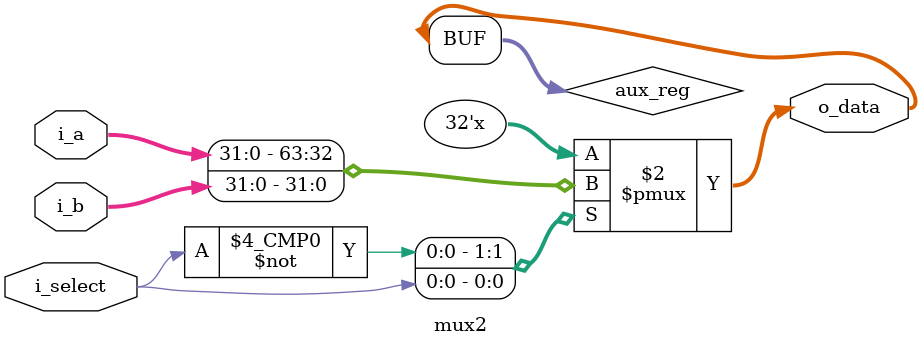
<source format=v>
`timescale 1ns / 1ps

module mux2#(
        parameter   NB = 32
    )
    (
        input           i_select,
        input  [NB-1:0] i_a,
        input  [NB-1:0] i_b,
        output [NB-1:0] o_data
    
    );
    
    reg [NB-1:0] aux_reg;
    
    always @ (*) begin
        case (i_select)
            1'b0 : aux_reg <= i_a;
            1'b1 : aux_reg <= i_b;
        endcase
    end
    
    assign o_data = aux_reg;

endmodule
</source>
